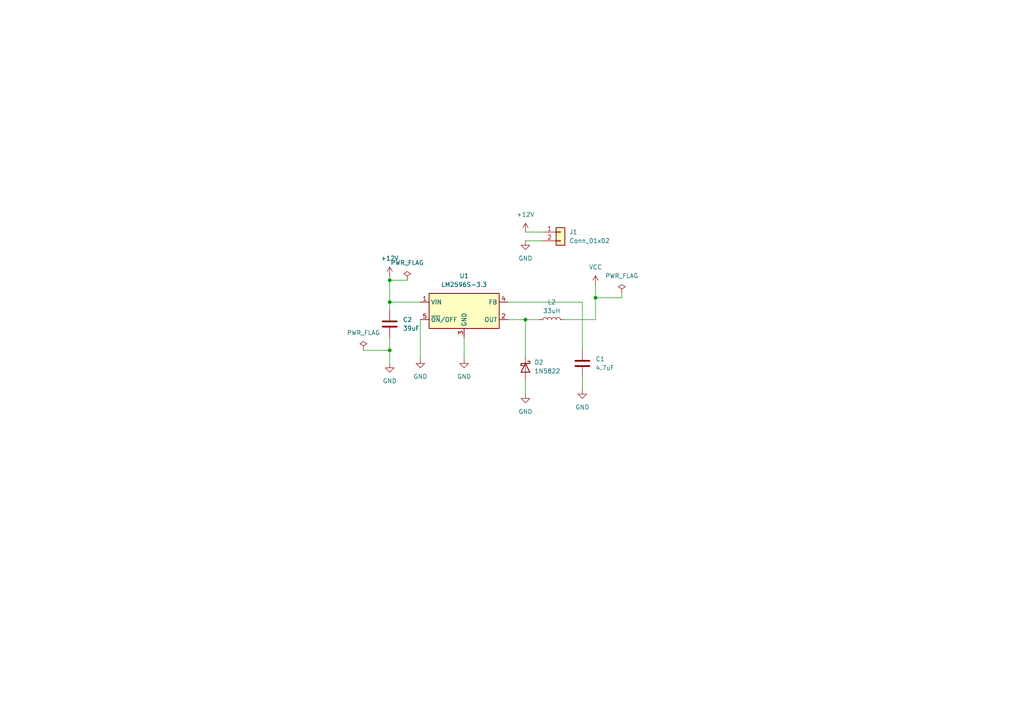
<source format=kicad_sch>
(kicad_sch (version 20250114) (generator "eeschema") (generator_version "9.0")
  (paper "A4")
  (lib_symbols
    (symbol "Connector_Generic:Conn_01x02" (pin_names (offset 1.016) (hide yes))
      (property "Reference" "J" (at 0 2.54 0))
      (property "Value" "Conn_01x02" (at 0 -5.08 0))
      (symbol "Conn_01x02_1_1"
        (rectangle (start -1.27 1.27) (end 1.27 -3.81) (stroke (width 0.254)) (fill (type background)))
        (rectangle (start -1.27 0.127) (end 0 -0.127) (stroke (width 0.1524)))
        (rectangle (start -1.27 -2.413) (end 0 -2.667) (stroke (width 0.1524)))
        (pin passive line (at -5.08 0 0) (length 3.81) (name "Pin_1") (number "1"))
        (pin passive line (at -5.08 -2.54 0) (length 3.81) (name "Pin_2") (number "2"))
      )
    )
    (symbol "Device:C" (pin_numbers (hide yes)) (pin_names (offset 0.254))
      (property "Reference" "C" (at 0.635 2.54 0))
      (property "Value" "C" (at 0.635 -2.54 0))
      (symbol "C_0_1"
        (polyline (pts (xy -2.032 0.762) (xy 2.032 0.762)) (stroke (width 0.508)))
        (polyline (pts (xy -2.032 -0.762) (xy 2.032 -0.762)) (stroke (width 0.508)))
      )
      (symbol "C_1_1"
        (pin passive line (at 0 3.81 270) (length 2.794) (name "~") (number "1"))
        (pin passive line (at 0 -3.81 90) (length 2.794) (name "~") (number "2"))
      )
    )
    (symbol "Device:L" (pin_numbers (hide yes)) (pin_names (offset 1.016) (hide yes))
      (property "Reference" "L" (at -1.27 0 90))
      (property "Value" "L" (at 1.905 0 90))
      (symbol "L_0_1"
        (arc (start 0 2.54) (mid 0.6323 1.905) (end 0 1.27))
        (arc (start 0 1.27) (mid 0.6323 0.635) (end 0 0))
        (arc (start 0 0) (mid 0.6323 -0.635) (end 0 -1.27))
        (arc (start 0 -1.27) (mid 0.6323 -1.905) (end 0 -2.54))
      )
      (symbol "L_1_1"
        (pin passive line (at 0 3.81 270) (length 1.27) (name "1") (number "1"))
        (pin passive line (at 0 -3.81 90) (length 1.27) (name "2") (number "2"))
      )
    )
    (symbol "Diode:1N5822" (pin_numbers (hide yes)) (pin_names (offset 1.016) (hide yes))
      (property "Reference" "D" (at 0 2.54 0))
      (property "Value" "1N5822" (at 0 -2.54 0))
      (symbol "1N5822_0_1"
        (polyline (pts (xy -1.905 0.635) (xy -1.905 1.27) (xy -1.27 1.27) (xy -1.27 -1.27) (xy -0.635 -1.27) (xy -0.635 -0.635)) (stroke (width 0.254)))
        (polyline (pts (xy 1.27 1.27) (xy 1.27 -1.27) (xy -1.27 0) (xy 1.27 1.27)) (stroke (width 0.254)))
        (polyline (pts (xy 1.27 0) (xy -1.27 0)))
      )
      (symbol "1N5822_1_1"
        (pin passive line (at -3.81 0 0) (length 2.54) (name "K") (number "1"))
        (pin passive line (at 3.81 0 180) (length 2.54) (name "A") (number "2"))
      )
    )
    (symbol "Regulator_Switching:LM2596S-3.3"
      (property "Reference" "U" (at -10.16 6.35 0))
      (property "Value" "LM2596S-3.3" (at 0 6.35 0))
      (symbol "LM2596S-3.3_0_1"
        (rectangle (start -10.16 5.08) (end 10.16 -5.08) (stroke (width 0.254)) (fill (type background)))
      )
      (symbol "LM2596S-3.3_1_1"
        (pin power_in line (at -12.7 2.54 0) (length 2.54) (name "VIN") (number "1"))
        (pin input line (at -12.7 -2.54 0) (length 2.54) (name "~{ON}/OFF") (number "5"))
        (pin power_in line (at 0 -7.62 90) (length 2.54) (name "GND") (number "3"))
        (pin input line (at 12.7 2.54 180) (length 2.54) (name "FB") (number "4"))
        (pin output line (at 12.7 -2.54 180) (length 2.54) (name "OUT") (number "2"))
      )
    )
    (symbol "power:+12V" (power) (pin_numbers (hide yes)) (pin_names (offset 0) (hide yes))
      (property "Value" "+12V" (at 0 3.556 0))
      (symbol "+12V_0_1"
        (polyline (pts (xy -0.762 1.27) (xy 0 2.54)))
        (polyline (pts (xy 0 2.54) (xy 0.762 1.27)))
        (polyline (pts (xy 0 0) (xy 0 2.54)))
      )
      (symbol "+12V_1_1"
        (pin power_in line (at 0 0 90) (length 0) (name "~") (number "1"))
      )
    )
    (symbol "power:GND" (power) (pin_numbers (hide yes)) (pin_names (offset 0) (hide yes))
      (property "Value" "GND" (at 0 -3.81 0))
      (symbol "GND_0_1"
        (polyline (pts (xy 0 0) (xy 0 -1.27) (xy 1.27 -1.27) (xy 0 -2.54) (xy -1.27 -1.27) (xy 0 -1.27)))
      )
      (symbol "GND_1_1"
        (pin power_in line (at 0 0 270) (length 0) (name "~") (number "1"))
      )
    )
    (symbol "power:PWR_FLAG" (power) (pin_numbers (hide yes)) (pin_names (offset 0) (hide yes))
      (property "Value" "PWR_FLAG" (at 0 3.81 0))
      (symbol "PWR_FLAG_0_0"
        (pin power_out line (at 0 0 90) (length 0) (name "~") (number "1"))
      )
      (symbol "PWR_FLAG_0_1"
        (polyline (pts (xy 0 0) (xy 0 1.27) (xy -1.016 1.905) (xy 0 2.54) (xy 1.016 1.905) (xy 0 1.27)))
      )
    )
    (symbol "power:VCC" (power) (pin_numbers (hide yes)) (pin_names (offset 0) (hide yes))
      (property "Value" "VCC" (at 0 3.556 0))
      (symbol "VCC_0_1"
        (polyline (pts (xy -0.762 1.27) (xy 0 2.54)))
        (polyline (pts (xy 0 2.54) (xy 0.762 1.27)))
        (polyline (pts (xy 0 0) (xy 0 2.54)))
      )
      (symbol "VCC_1_1"
        (pin power_in line (at 0 0 90) (length 0) (name "~") (number "1"))
      )
    )
  )
  (junction (at 113.03 101.6))
  (junction (at 113.03 87.63))
  (junction (at 152.4 92.71))
  (junction (at 113.03 81.28))
  (junction (at 172.72 86.36))
  (wire (pts (xy 113.03 87.63) (xy 121.92 87.63)))
  (wire (pts (xy 180.34 86.36) (xy 172.72 86.36)))
  (wire (pts (xy 147.32 92.71) (xy 152.4 92.71)))
  (wire (pts (xy 168.91 109.22) (xy 168.91 113.03)))
  (wire (pts (xy 118.11 81.28) (xy 113.03 81.28)))
  (wire (pts (xy 152.4 67.31) (xy 157.48 67.31)))
  (wire (pts (xy 168.91 87.63) (xy 168.91 101.6)))
  (wire (pts (xy 147.32 87.63) (xy 168.91 87.63)))
  (wire (pts (xy 113.03 87.63) (xy 113.03 90.17)))
  (wire (pts (xy 163.83 92.71) (xy 172.72 92.71)))
  (wire (pts (xy 172.72 82.55) (xy 172.72 86.36)))
  (wire (pts (xy 180.34 85.09) (xy 180.34 86.36)))
  (wire (pts (xy 105.41 101.6) (xy 113.03 101.6)))
  (wire (pts (xy 152.4 92.71) (xy 152.4 102.87)))
  (wire (pts (xy 113.03 97.79) (xy 113.03 101.6)))
  (wire (pts (xy 172.72 86.36) (xy 172.72 92.71)))
  (wire (pts (xy 121.92 92.71) (xy 121.92 104.14)))
  (wire (pts (xy 113.03 80.01) (xy 113.03 81.28)))
  (wire (pts (xy 113.03 81.28) (xy 113.03 87.63)))
  (wire (pts (xy 152.4 92.71) (xy 156.21 92.71)))
  (wire (pts (xy 113.03 101.6) (xy 113.03 105.41)))
  (wire (pts (xy 134.62 97.79) (xy 134.62 104.14)))
  (wire (pts (xy 152.4 110.49) (xy 152.4 114.3)))
  (wire (pts (xy 152.4 69.85) (xy 157.48 69.85)))
  (symbol (lib_id "power:VCC") (at 172.72 82.55 0) (unit 1)
    (property "Reference" "#PWR01" (effects (hide yes)))
    (property "Value" "VCC" (at 172.72 77.47 0))
    (property "Description" "Power symbol creates a global label with name \"VCC\"" (effects (hide yes)))
  )
  (symbol (lib_id "Device:C") (at 113.03 93.98 0) (unit 1)
    (property "Reference" "C2" (at 116.84 92.7099 0) (effects (justify left)))
    (property "Value" "39uF" (at 116.84 95.2499 0) (effects (justify left)))
    (property "Footprint" "Capacitor_THT:CP_Axial_L10.0mm_D4.5mm_P15.00mm_Horizontal" (effects (hide yes)))
    (property "Description" "Unpolarized capacitor" (effects (hide yes)))
  )
  (symbol (lib_id "power:GND") (at 134.62 104.14 0) (unit 1)
    (property "Reference" "#PWR04" (effects (hide yes)))
    (property "Value" "GND" (at 134.62 109.22 0))
    (property "Description" "Power symbol creates a global label with name \"GND\" , ground" (effects (hide yes)))
  )
  (symbol (lib_id "power:GND") (at 152.4 69.85 0) (unit 1)
    (property "Reference" "#PWR09" (effects (hide yes)))
    (property "Value" "GND" (at 152.4 74.93 0))
    (property "Description" "Power symbol creates a global label with name \"GND\" , ground" (effects (hide yes)))
  )
  (symbol (lib_id "power:+12V") (at 113.03 80.01 0) (unit 1)
    (property "Reference" "#PWR02" (effects (hide yes)))
    (property "Value" "+12V" (at 113.03 74.93 0))
    (property "Description" "Power symbol creates a global label with name \"+12V\"" (effects (hide yes)))
  )
  (symbol (lib_id "Diode:1N5822") (at 152.4 106.68 270) (unit 1)
    (property "Reference" "D2" (at 154.94 105.0924 90) (effects (justify left)))
    (property "Value" "1N5822" (at 154.94 107.6324 90) (effects (justify left)))
    (property "Footprint" "Diode_THT:D_DO-201AD_P15.24mm_Horizontal" (effects (hide yes)))
    (property "Datasheet" "http://www.vishay.com/docs/88526/1n5820.pdf" (effects (hide yes)))
    (property "Description" "40V 3A Schottky Barrier Rectifier Diode, DO-201AD" (effects (hide yes)))
  )
  (symbol (lib_id "power:GND") (at 113.03 105.41 0) (unit 1)
    (property "Reference" "#PWR06" (effects (hide yes)))
    (property "Value" "GND" (at 113.03 110.49 0))
    (property "Description" "Power symbol creates a global label with name \"GND\" , ground" (effects (hide yes)))
  )
  (symbol (lib_id "power:PWR_FLAG") (at 118.11 81.28 0) (unit 1)
    (property "Reference" "#FLG01" (effects (hide yes)))
    (property "Value" "PWR_FLAG" (at 118.11 76.2 0))
    (property "Description" "Special symbol for telling ERC where power comes from" (effects (hide yes)))
  )
  (symbol (lib_id "power:GND") (at 168.91 113.03 0) (unit 1)
    (property "Reference" "#PWR08" (effects (hide yes)))
    (property "Value" "GND" (at 168.91 118.11 0))
    (property "Description" "Power symbol creates a global label with name \"GND\" , ground" (effects (hide yes)))
  )
  (symbol (lib_id "power:PWR_FLAG") (at 180.34 85.09 0) (unit 1)
    (property "Reference" "#FLG03" (effects (hide yes)))
    (property "Value" "PWR_FLAG" (at 180.34 80.01 0))
    (property "Description" "Special symbol for telling ERC where power comes from" (effects (hide yes)))
  )
  (symbol (lib_id "Device:L") (at 160.02 92.71 90) (unit 1)
    (property "Reference" "L2" (at 160.02 87.63 90))
    (property "Value" "33uH" (at 160.02 90.17 90))
    (property "Footprint" "Inductor_THT:L_Radial_D8.7mm_P5.00mm_Fastron_07HCP" (effects (hide yes)))
    (property "Description" "Inductor" (effects (hide yes)))
  )
  (symbol (lib_id "power:+12V") (at 152.4 67.31 0) (unit 1)
    (property "Reference" "#PWR03" (effects (hide yes)))
    (property "Value" "+12V" (at 152.4 62.23 0))
    (property "Description" "Power symbol creates a global label with name \"+12V\"" (effects (hide yes)))
  )
  (symbol (lib_id "Device:C") (at 168.91 105.41 0) (unit 1)
    (property "Reference" "C1" (at 172.72 104.1399 0) (effects (justify left)))
    (property "Value" "4.7uF" (at 172.72 106.6799 0) (effects (justify left)))
    (property "Footprint" "Capacitor_THT:CP_Axial_L10.0mm_D4.5mm_P15.00mm_Horizontal" (effects (hide yes)))
    (property "Description" "Unpolarized capacitor" (effects (hide yes)))
  )
  (symbol (lib_id "power:PWR_FLAG") (at 105.41 101.6 0) (unit 1)
    (property "Reference" "#FLG02" (effects (hide yes)))
    (property "Value" "PWR_FLAG" (at 105.41 96.52 0))
    (property "Description" "Special symbol for telling ERC where power comes from" (effects (hide yes)))
  )
  (symbol (lib_id "Regulator_Switching:LM2596S-3.3") (at 134.62 90.17 0) (unit 1)
    (property "Reference" "U1" (at 134.62 80.01 0))
    (property "Value" "LM2596S-3.3" (at 134.62 82.55 0))
    (property "Footprint" "Package_TO_SOT_SMD:TO-263-5_TabPin3" (effects (hide yes)))
    (property "Datasheet" "http://www.ti.com/lit/ds/symlink/lm2596.pdf" (effects (hide yes)))
    (property "Description" "3.3V 3A Step-Down Voltage Regulator, TO-263" (effects (hide yes)))
  )
  (symbol (lib_id "power:GND") (at 152.4 114.3 0) (unit 1)
    (property "Reference" "#PWR07" (effects (hide yes)))
    (property "Value" "GND" (at 152.4 119.38 0))
    (property "Description" "Power symbol creates a global label with name \"GND\" , ground" (effects (hide yes)))
  )
  (symbol (lib_id "power:GND") (at 121.92 104.14 0) (unit 1)
    (property "Reference" "#PWR05" (effects (hide yes)))
    (property "Value" "GND" (at 121.92 109.22 0))
    (property "Description" "Power symbol creates a global label with name \"GND\" , ground" (effects (hide yes)))
  )
  (symbol (lib_id "Connector_Generic:Conn_01x02") (at 162.56 67.31 0) (unit 1)
    (property "Reference" "J1" (at 165.1 67.3099 0) (effects (justify left)))
    (property "Value" "Conn_01x02" (at 165.1 69.8499 0) (effects (justify left)))
    (property "Footprint" "Connector_Phoenix_MC:PhoenixContact_MC_1,5_14-GF-3.81_1x14_P3.81mm_Horizontal_ThreadedFlange_MountHole" (effects (hide yes)))
    (property "Description" "Generic connector, single row, 01x02, script generated (kicad-library-utils/schlib/autogen/connector/)" (effects (hide yes)))
  )
)
</source>
